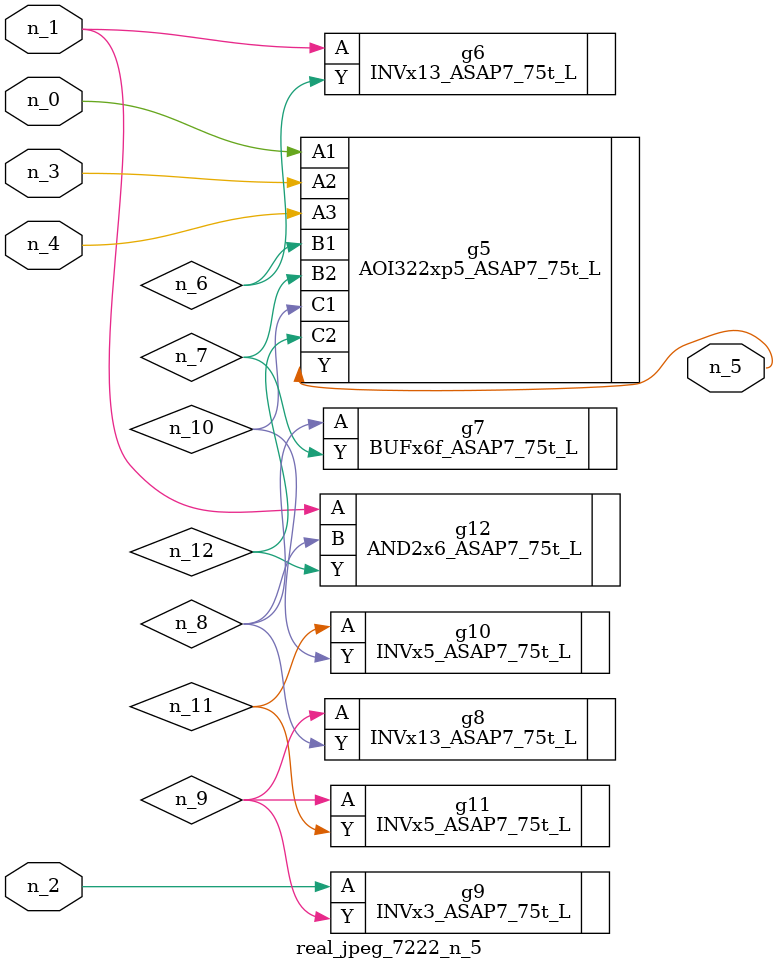
<source format=v>
module real_jpeg_7222_n_5 (n_4, n_0, n_1, n_2, n_3, n_5);

input n_4;
input n_0;
input n_1;
input n_2;
input n_3;

output n_5;

wire n_12;
wire n_8;
wire n_11;
wire n_6;
wire n_7;
wire n_10;
wire n_9;

AOI322xp5_ASAP7_75t_L g5 ( 
.A1(n_0),
.A2(n_3),
.A3(n_4),
.B1(n_6),
.B2(n_7),
.C1(n_10),
.C2(n_12),
.Y(n_5)
);

INVx13_ASAP7_75t_L g6 ( 
.A(n_1),
.Y(n_6)
);

AND2x6_ASAP7_75t_L g12 ( 
.A(n_1),
.B(n_8),
.Y(n_12)
);

INVx3_ASAP7_75t_L g9 ( 
.A(n_2),
.Y(n_9)
);

BUFx6f_ASAP7_75t_L g7 ( 
.A(n_8),
.Y(n_7)
);

INVx13_ASAP7_75t_L g8 ( 
.A(n_9),
.Y(n_8)
);

INVx5_ASAP7_75t_L g11 ( 
.A(n_9),
.Y(n_11)
);

INVx5_ASAP7_75t_L g10 ( 
.A(n_11),
.Y(n_10)
);


endmodule
</source>
